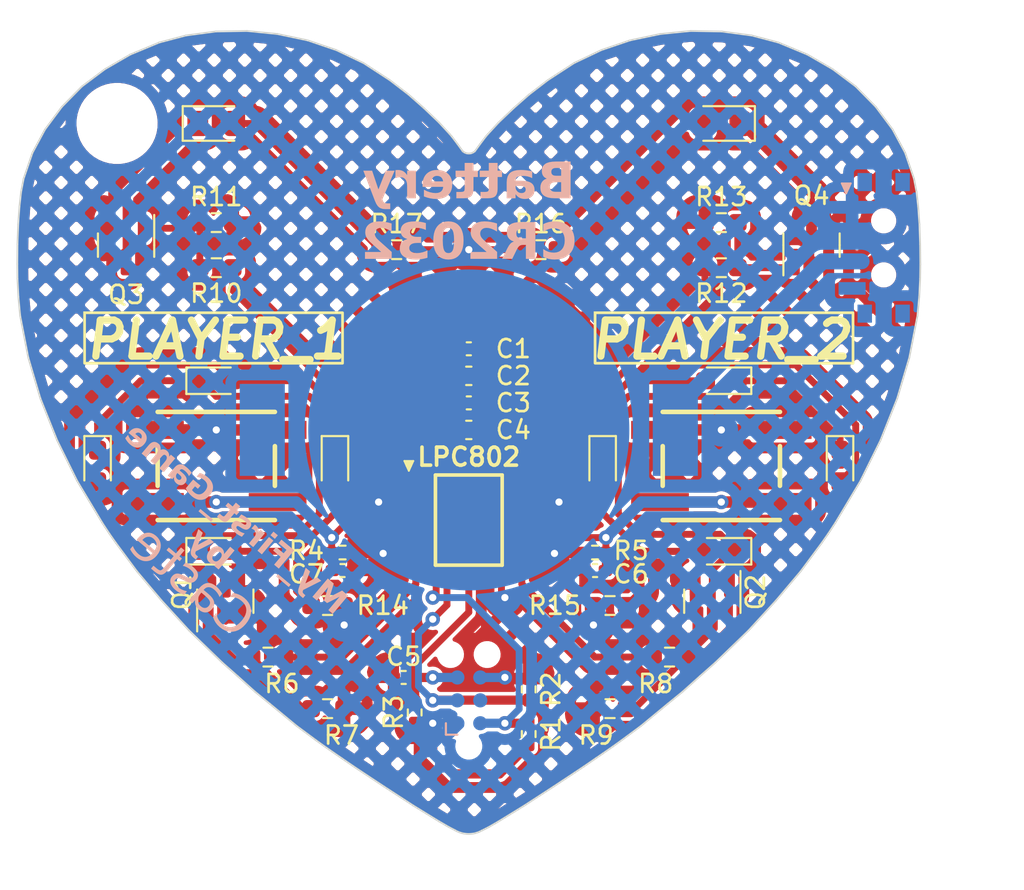
<source format=kicad_pcb>
(kicad_pcb (version 20221018) (generator pcbnew)
  (layers (0 "F.Cu" signal) (31 "B.Cu" signal) (34 "B.Paste" user) (35 "F.Paste" user) (36 "B.SilkS" user "B.Silkscreen") (37 "F.SilkS" user "F.Silkscreen") (38 "B.Mask" user) (39 "F.Mask" user) (44 "Edge.Cuts" user))
  (net 0 "")
  (net 1 "+3V3")
  (net 2 "GND")
  (net 3 "/!RST")
  (net 4 "Net-(D1-K)")
  (net 5 "Net-(D1-A)")
  (net 6 "Net-(D5-K)")
  (net 7 "Net-(D5-A)")
  (net 8 "Net-(D9-K)")
  (net 9 "Net-(D9-A)")
  (net 10 "Net-(D10-K)")
  (net 11 "Net-(D10-A)")
  (net 12 "/LEDS_L")
  (net 13 "/LEDS_R")
  (net 14 "/LEDS_BR")
  (net 15 "/SWCLK")
  (net 16 "/SWDIO")
  (net 17 "/LEDS_BL")
  (net 18 "/-")
  (net 19 "/+")
  (net 21 "Net-(Q1-B)")
  (net 22 "Net-(Q2-B)")
  (net 23 "Net-(Q3-B)")
  (net 24 "Net-(Q4-B)")
  (net 29 "+BATT")
  (footprint "Resistor_SMD:R_0402_1005Metric_Pad0.72x0.64mm_HandSolder" (layer "F.Cu") (at 137.45 99.93)
    (fp_text reference "R4")
    (fp_text value "47k")
  )
  (footprint "Capacitor_SMD:C_0402_1005Metric_Pad0.74x0.62mm_HandSolder" (layer "F.Cu") (at 140.84 106.86)
    (fp_text reference "C5")
    (fp_text value "100nF 50V")
  )
  (footprint "Capacitor_SMD:C_0402_1005Metric_Pad0.74x0.62mm_HandSolder" (layer "F.Cu") (at 144.45 91.63)
    (fp_text reference "C3")
    (fp_text value "100nF 50V")
  )
  (footprint "Package_TO_SOT_SMD:SOT-23" (layer "F.Cu") (at 157.95 102.63 -90)
    (fp_text reference "Q2")
    (fp_text value "BC817")
  )
  (footprint "Resistor_SMD:R_0603_1608Metric_Pad0.98x0.95mm_HandSolder" (layer "F.Cu") (at 136.62 102.87)
    (fp_text reference "R14")
    (fp_text value "750")
  )
  (footprint "Resistor_SMD:R_0603_1608Metric_Pad0.98x0.95mm_HandSolder" (layer "F.Cu") (at 158.45 84.13)
    (fp_text reference "R12")
    (fp_text value "10k")
  )
  (footprint "LED_SMD:LED_0603_1608Metric_Pad1.05x0.95mm_HandSolder" (layer "F.Cu") (at 130.45 99.86)
    (fp_text reference "D3" hide)
    (fp_text value "LED_P1")
  )
  (footprint "Package_TO_SOT_SMD:SOT-23" (layer "F.Cu") (at 130.95 102.63 90)
    (fp_text reference "Q1")
    (fp_text value "BC817")
  )
  (footprint "Resistor_SMD:R_0603_1608Metric_Pad0.98x0.95mm_HandSolder" (layer "F.Cu") (at 133.32 105.73 180)
    (fp_text reference "R6")
    (fp_text value "10k")
  )
  (footprint "LED_SMD:LED_0603_1608Metric_Pad1.05x0.95mm_HandSolder" (layer "F.Cu") (at 165.03 95.13 -90)
    (fp_text reference "D8" hide)
    (fp_text value "LED_P2")
  )
  (footprint "Resistor_SMD:R_0603_1608Metric_Pad0.98x0.95mm_HandSolder" (layer "F.Cu") (at 130.45 81.63)
    (fp_text reference "R11")
    (fp_text value "10k")
  )
  (footprint "Resistor_SMD:R_0402_1005Metric_Pad0.72x0.64mm_HandSolder" (layer "F.Cu") (at 147.77 107.52 90)
    (fp_text reference "R2")
    (fp_text value "10k")
  )
  (footprint "Resistor_SMD:R_0603_1608Metric_Pad0.98x0.95mm_HandSolder" (layer "F.Cu") (at 148.45 83.13 180)
    (fp_text reference "R16")
    (fp_text value "750")
  )
  (footprint "LED_SMD:LED_0603_1608Metric_Pad1.05x0.95mm_HandSolder" (layer "F.Cu") (at 137.03 95.13 -90)
    (fp_text reference "D4" hide)
    (fp_text value "LED_P1")
  )
  (footprint "Resistor_SMD:R_0603_1608Metric_Pad0.98x0.95mm_HandSolder" (layer "F.Cu") (at 136.62 108.59)
    (fp_text reference "R7")
    (fp_text value "10k")
  )
  (footprint "Fan controller:mcu LPC802" (layer "F.Cu") (at 144.45 98.13)
    (fp_text reference "LPC802")
    (fp_text value "mcu LPC802M001JDH16J" hide)
  )
  (footprint "LED_SMD:LED_0805_2012Metric_Pad1.15x1.40mm_HandSolder" (layer "F.Cu") (at 130.45 76.13)
    (fp_text reference "D9" hide)
    (fp_text value "LED")
  )
  (footprint "Capacitor_SMD:C_0603_1608Metric_Pad1.08x0.95mm_HandSolder" (layer "F.Cu") (at 144.45 90.13)
    (fp_text reference "C2")
    (fp_text value "10uF 10V")
  )
  (footprint "LED_SMD:LED_0603_1608Metric_Pad1.05x0.95mm_HandSolder" (layer "F.Cu") (at 151.87 95.13 -90)
    (fp_text reference "D6" hide)
    (fp_text value "LED_P2")
  )
  (footprint "Resistor_SMD:R_0603_1608Metric_Pad0.98x0.95mm_HandSolder" (layer "F.Cu") (at 152.28 102.87 180)
    (fp_text reference "R15")
    (fp_text value "750")
  )
  (footprint "LED_SMD:LED_0603_1608Metric_Pad1.05x0.95mm_HandSolder" (layer "F.Cu") (at 158.45 90.4 180)
    (fp_text reference "D5" hide)
    (fp_text value "LED_P2")
  )
  (footprint "Package_TO_SOT_SMD:SOT-23" (layer "F.Cu") (at 163.45 82.88 90)
    (fp_text reference "Q4")
    (fp_text value "BC817")
  )
  (footprint "Resistor_SMD:R_0603_1608Metric_Pad0.98x0.95mm_HandSolder" (layer "F.Cu") (at 140.45 83.13)
    (fp_text reference "R17")
    (fp_text value "750")
  )
  (footprint "Resistor_SMD:R_0402_1005Metric_Pad0.72x0.64mm_HandSolder" (layer "F.Cu") (at 147.77 110 90)
    (fp_text reference "R1")
    (fp_text value "10k")
  )
  (footprint "Resistor_SMD:R_0603_1608Metric_Pad0.98x0.95mm_HandSolder" (layer "F.Cu") (at 158.45 81.63 180)
    (fp_text reference "R13")
    (fp_text value "10k")
  )
  (footprint "LED_SMD:LED_0603_1608Metric_Pad1.05x0.95mm_HandSolder" (layer "F.Cu") (at 158.45 99.86 180)
    (fp_text reference "D7" hide)
    (fp_text value "LED_P2")
  )
  (footprint "LED_SMD:LED_0805_2012Metric_Pad1.15x1.40mm_HandSolder" (layer "F.Cu") (at 158.45 76.13 180)
    (fp_text reference "D10" hide)
    (fp_text value "LED")
  )
  (footprint "Resistor_SMD:R_0402_1005Metric_Pad0.72x0.64mm_HandSolder" (layer "F.Cu") (at 151.45 99.93 180)
    (fp_text reference "R5")
    (fp_text value "47k")
  )
  (footprint "Package_TO_SOT_SMD:SOT-23" (layer "F.Cu") (at 125.45 82.88 -90)
    (fp_text reference "Q3")
    (fp_text value "BC817")
  )
  (footprint "LED_SMD:LED_0603_1608Metric_Pad1.05x0.95mm_HandSolder" (layer "F.Cu") (at 123.87 95.13 -90)
    (fp_text reference "D2" hide)
    (fp_text value "LED_P1")
  )
  (footprint "Fading_LED_game:Button EVQ-Q2B03W" (layer "F.Cu") (at 130.45 95.13)
    (fp_text reference "PLAYER_1")
    (fp_text value "Button EVQ-Q2K03W" hide)
  )
  (footprint "Fading_LED_game:Button EVQ-Q2B03W" (layer "F.Cu") (at 158.45 95.13)
    (fp_text reference "PLAYER_2")
    (fp_text value "Button EVQ-Q2K03W" hide)
  )
  (footprint "Capacitor_SMD:C_0402_1005Metric_Pad0.74x0.62mm_HandSolder" (layer "F.Cu") (at 151.45 100.93)
    (fp_text reference "C6")
    (fp_text value "100nF 50V")
  )
  (footprint "Resistor_SMD:R_0603_1608Metric_Pad0.98x0.95mm_HandSolder" (layer "F.Cu") (at 152.28 108.59 180)
    (fp_text reference "R9")
    (fp_text value "10k")
  )
  (footprint "Resistor_SMD:R_0603_1608Metric_Pad0.98x0.95mm_HandSolder" (layer "F.Cu") (at 155.58 105.73)
    (fp_text reference "R8")
    (fp_text value "10k")
  )
  (footprint "Capacitor_SMD:C_0402_1005Metric_Pad0.74x0.62mm_HandSolder" (layer "F.Cu") (at 137.45 100.93 180)
    (fp_text reference "C7")
    (fp_text value "100nF 50V")
  )
  (footprint "Resistor_SMD:R_0402_1005Metric_Pad0.72x0.64mm_HandSolder" (layer "F.Cu") (at 141.45 108.8 90)
    (fp_text reference "R3")
    (fp_text value "10k")
  )
  (footprint "LED_SMD:LED_0603_1608Metric_Pad1.05x0.95mm_HandSolder" (layer "F.Cu") (at 130.45 90.4)
    (fp_text reference "D1" hide)
    (fp_text value "PINK_LED_P1")
  )
  (footprint "Resistor_SMD:R_0603_1608Metric_Pad0.98x0.95mm_HandSolder" (layer "F.Cu") (at 130.45 84.13 180)
    (fp_text reference "R10")
    (fp_text value "10k")
  )
  (footprint "Capacitor_SMD:C_0603_1608Metric_Pad1.08x0.95mm_HandSolder" (layer "F.Cu") (at 144.45 93.13)
    (fp_text reference "C4")
    (fp_text value "10uF 10V")
  )
  (footprint "Fading_LED_game:Keychain hole" (layer "F.Cu") (at 124.95 76.13)
    (fp_text reference "REF**" hide)
    (fp_text value "Keychain hole")
  )
  (footprint "Capacitor_SMD:C_0402_1005Metric_Pad0.74x0.62mm_HandSolder" (layer "F.Cu") (at 144.45 88.63)
    (fp_text reference "C1")
    (fp_text value "100nF 50V")
  )
  (footprint "Connector:Tag-Connect_TC2030-IDC-NL_2x03_P1.27mm_Vertical" (layer "B.Cu") (at 144.45 108.13 90)
    (fp_text reference "J1" hide)
    (fp_text value "Prog conn")
  )
  (footprint "Fading_LED_game:Switch_CUS-12TB" (layer "B.Cu") (at 167.45 83.13 -90)
    (fp_text reference "S1" hide)
    (fp_text value "Switch_CUS-12TB" hide)
  )
  (footprint "Fading_LED_game:CR2032_BAT-HLD-001" (layer "B.Cu") (at 144.45 93.13 180)
    (fp_text reference "BT1" hide)
    (fp_text value "CR2032_BAT-HLD-001" hide)
  )
  (gr_rect (start 151.45 86.63) (end 165.75 89.43) (stroke (width 0.15)) (fill none) (layer "F.SilkS"))
  (gr_rect (start 123.15 86.63) (end 137.45 89.43) (stroke (width 0.15)) (fill none) (layer "F.SilkS"))
  (gr_line (start 148.83 73.73) (end 147.79 74.53) (stroke (width 0.1)) (layer "Edge.Cuts"))
  (gr_line (start 167.94 76.46) (end 167.01 75.21) (stroke (width 0.1)) (layer "Edge.Cuts"))
  (gr_line (start 157.26 106.79) (end 158.12 106.03) (stroke (width 0.1)) (layer "Edge.Cuts"))
  (gr_line (start 119.43 82.83) (end 119.47 81.72) (stroke (width 0.1)) (layer "Edge.Cuts"))
  (gr_line (start 168.64 77.76) (end 167.94 76.46) (stroke (width 0.1)) (layer "Edge.Cuts"))
  (gr_line (start 141.11 74.53) (end 141.96 75.28) (stroke (width 0.1)) (layer "Edge.Cuts"))
  (gr_line (start 143.39 76.72) (end 143.51 76.86) (stroke (width 0.1)) (layer "Edge.Cuts"))
  (gr_line (start 145.55 115.16) (end 146.07 114.86) (stroke (width 0.1)) (layer "Edge.Cuts"))
  (gr_arc (start 145.172697 115.350415) (mid 144.43 115.54) (end 143.691138 115.335978) (stroke (width 0.1)) (layer "Edge.Cuts"))
  (gr_line (start 131.64 106.79) (end 130.78 106.03) (stroke (width 0.1)) (layer "Edge.Cuts"))
  (gr_line (start 168.2 91.38) (end 168.87 89.12) (stroke (width 0.1)) (layer "Edge.Cuts"))
  (gr_line (start 152.91 110.35) (end 153.99 109.55) (stroke (width 0.1)) (layer "Edge.Cuts"))
  (gr_line (start 156.75 71) (end 155.06 71.17) (stroke (width 0.1)) (layer "Edge.Cuts"))
  (gr_line (start 126.06 100.98) (end 124.88 99.39) (stroke (width 0.1)) (layer "Edge.Cuts"))
  (gr_line (start 143.51 76.86) (end 143.82 77.27) (stroke (width 0.1)) (layer "Edge.Cuts"))
  (gr_line (start 145.55 115.16) (end 145.172697 115.350415) (stroke (width 0.1)) (layer "Edge.Cuts"))
  (gr_line (start 121.89 75.21) (end 123 74.08) (stroke (width 0.1)) (layer "Edge.Cuts"))
  (gr_line (start 125.68 72.31) (end 127.29 71.64) (stroke (width 0.1)) (layer "Edge.Cuts"))
  (gr_line (start 136.45 110.68) (end 135.99 110.35) (stroke (width 0.1)) (layer "Edge.Cuts"))
  (gr_line (start 142.79 76.07) (end 143.39 76.72) (stroke (width 0.1)) (layer "Edge.Cuts"))
  (gr_line (start 169.47 82.83) (end 169.43 81.72) (stroke (width 0.1)) (layer "Edge.Cuts"))
  (gr_line (start 153.99 109.55) (end 155.48 108.32) (stroke (width 0.1)) (layer "Edge.Cuts"))
  (gr_line (start 164.64 98.48) (end 164.77 98.28) (stroke (width 0.1)) (layer "Edge.Cuts"))
  (gr_line (start 161.61 71.64) (end 160.13 71.25) (stroke (width 0.1)) (layer "Edge.Cuts"))
  (gr_line (start 153.39 71.52) (end 151.8 72.06) (stroke (width 0.1)) (layer "Edge.Cuts"))
  (gr_line (start 119.48 85.74) (end 119.43 84.74) (stroke (width 0.1)) (layer "Edge.Cuts"))
  (gr_line (start 152.45 110.68) (end 152.91 110.35) (stroke (width 0.1)) (layer "Edge.Cuts"))
  (gr_line (start 141.38 113.97) (end 139.75 112.91) (stroke (width 0.1)) (layer "Edge.Cuts"))
  (gr_line (start 151.89 111.07) (end 152.45 110.68) (stroke (width 0.1)) (layer "Edge.Cuts"))
  (gr_line (start 127.42 102.59) (end 126.06 100.98) (stroke (width 0.1)) (layer "Edge.Cuts"))
  (gr_line (start 128.77 71.25) (end 130.43 71.03) (stroke (width 0.1)) (layer "Edge.Cuts"))
  (gr_line (start 123 74.08) (end 124.28 73.12) (stroke (width 0.1)) (layer "Edge.Cuts"))
  (gr_arc (start 144.789999 77.669999) (mid 144.45 77.799901) (end 144.110001 77.669999) (stroke (width 0.1)) (layer "Edge.Cuts"))
  (gr_line (start 167.27 93.71) (end 168.2 91.38) (stroke (width 0.1)) (layer "Edge.Cuts"))
  (gr_line (start 120.03 89.12) (end 119.58 86.8) (stroke (width 0.1)) (layer "Edge.Cuts"))
  (gr_line (start 132.61 107.66) (end 131.64 106.79) (stroke (width 0.1)) (layer "Edge.Cuts"))
  (gr_line (start 164.02 99.39) (end 164.37 98.89) (stroke (width 0.1)) (layer "Edge.Cuts"))
  (gr_line (start 127.29 71.64) (end 128.77 71.25) (stroke (width 0.1)) (layer "Edge.Cuts"))
  (gr_line (start 169.27 79.93) (end 169.13 79.2) (stroke (width 0.1)) (layer "Edge.Cuts"))
  (gr_line (start 163.22 72.31) (end 161.61 71.64) (stroke (width 0.1)) (layer "Edge.Cuts"))
  (gr_line (start 137.01 111.07) (end 136.45 110.68) (stroke (width 0.1)) (layer "Edge.Cuts"))
  (gr_line (start 124.28 73.12) (end 125.68 72.31) (stroke (width 0.1)) (layer "Edge.Cuts"))
  (gr_line (start 145.08 77.27) (end 144.79 77.67) (stroke (width 0.1)) (layer "Edge.Cuts"))
  (gr_line (start 132.15 71) (end 133.84 71.17) (stroke (width 0.1)) (layer "Edge.Cuts"))
  (gr_line (start 150.29 72.78) (end 148.83 73.73) (stroke (width 0.1)) (layer "Edge.Cuts"))
  (gr_line (start 155.06 71.17) (end 153.39 71.52) (stroke (width 0.1)) (layer "Edge.Cuts"))
  (gr_line (start 120.96 76.46) (end 121.89 75.21) (stroke (width 0.1)) (layer "Edge.Cuts"))
  (gr_line (start 137.1 72.06) (end 138.61 72.78) (stroke (width 0.1)) (layer "Edge.Cuts"))
  (gr_line (start 124.88 99.39) (end 124.53 98.89) (stroke (width 0.1)) (layer "Edge.Cuts"))
  (gr_line (start 124.26 98.48) (end 124.13 98.28) (stroke (width 0.1)) (layer "Edge.Cuts"))
  (gr_line (start 169.48 83.93) (end 169.47 82.83) (stroke (width 0.1)) (layer "Edge.Cuts"))
  (gr_line (start 165.9 74.08) (end 164.62 73.12) (stroke (width 0.1)) (layer "Edge.Cuts"))
  (gr_line (start 166.16 95.96) (end 167.27 93.71) (stroke (width 0.1)) (layer "Edge.Cuts"))
  (gr_line (start 143.35 115.16) (end 142.83 114.86) (stroke (width 0.1)) (layer "Edge.Cuts"))
  (gr_line (start 167.01 75.21) (end 165.9 74.08) (stroke (width 0.1)) (layer "Edge.Cuts"))
  (gr_line (start 169.47 84.74) (end 169.48 83.93) (stroke (width 0.1)) (layer "Edge.Cuts"))
  (gr_line (start 145.51 76.72) (end 145.39 76.86) (stroke (width 0.1)) (layer "Edge.Cuts"))
  (gr_line (start 156.29 107.66) (end 157.26 106.79) (stroke (width 0.1)) (layer "Edge.Cuts"))
  (gr_line (start 158.47 71.03) (end 156.75 71) (stroke (width 0.1)) (layer "Edge.Cuts"))
  (gr_line (start 141.96 75.28) (end 142.79 76.07) (stroke (width 0.1)) (layer "Edge.Cuts"))
  (gr_line (start 133.42 108.32) (end 132.61 107.66) (stroke (width 0.1)) (layer "Edge.Cuts"))
  (gr_line (start 161.48 102.59) (end 162.84 100.98) (stroke (width 0.1)) (layer "Edge.Cuts"))
  (gr_line (start 169.13 79.2) (end 168.64 77.76) (stroke (width 0.1)) (layer "Edge.Cuts"))
  (gr_line (start 146.07 114.86) (end 147.52 113.97) (stroke (width 0.1)) (layer "Edge.Cuts"))
  (gr_line (start 135.99 110.35) (end 134.91 109.55) (stroke (width 0.1)) (layer "Edge.Cuts"))
  (gr_line (start 147.79 74.53) (end 146.94 75.28) (stroke (width 0.1)) (layer "Edge.Cuts"))
  (gr_line (start 160.13 71.25) (end 158.47 71.03) (stroke (width 0.1)) (layer "Edge.Cuts"))
  (gr_line (start 119.54 80.74) (end 119.63 79.93) (stroke (width 0.1)) (layer "Edge.Cuts"))
  (gr_line (start 140.07 73.73) (end 141.11 74.53) (stroke (width 0.1)) (layer "Edge.Cuts"))
  (gr_line (start 135.51 71.52) (end 137.1 72.06) (stroke (width 0.1)) (layer "Edge.Cuts"))
  (gr_line (start 119.47 81.72) (end 119.54 80.74) (stroke (width 0.1)) (layer "Edge.Cuts"))
  (gr_line (start 137.39 111.33) (end 137.01 111.07) (stroke (width 0.1)) (layer "Edge.Cuts"))
  (gr_line (start 169.43 81.72) (end 169.36 80.74) (stroke (width 0.1)) (layer "Edge.Cuts"))
  (gr_line (start 120.26 77.76) (end 120.96 76.46) (stroke (width 0.1)) (layer "Edge.Cuts"))
  (gr_line (start 145.39 76.86) (end 145.08 77.27) (stroke (width 0.1)) (layer "Edge.Cuts"))
  (gr_line (start 155.48 108.32) (end 156.29 107.66) (stroke (width 0.1)) (layer "Edge.Cuts"))
  (gr_line (start 133.84 71.17) (end 135.51 71.52) (stroke (width 0.1)) (layer "Edge.Cuts"))
  (gr_line (start 149.15 112.91) (end 150.33 112.13) (stroke (width 0.1)) (layer "Edge.Cuts"))
  (gr_line (start 138.06 111.79) (end 137.39 111.33) (stroke (width 0.1)) (layer "Edge.Cuts"))
  (gr_line (start 143.82 77.27) (end 144.11 77.67) (stroke (width 0.1)) (layer "Edge.Cuts"))
  (gr_line (start 169.42 85.74) (end 169.47 84.74) (stroke (width 0.1)) (layer "Edge.Cuts"))
  (gr_line (start 150.33 112.13) (end 150.84 111.79) (stroke (width 0.1)) (layer "Edge.Cuts"))
  (gr_line (start 150.84 111.79) (end 151.51 111.33) (stroke (width 0.1)) (layer "Edge.Cuts"))
  (gr_line (start 119.42 83.93) (end 119.43 82.83) (stroke (width 0.1)) (layer "Edge.Cuts"))
  (gr_line (start 119.43 84.74) (end 119.42 83.93) (stroke (width 0.1)) (layer "Edge.Cuts"))
  (gr_line (start 120.7 91.38) (end 120.03 89.12) (stroke (width 0.1)) (layer "Edge.Cuts"))
  (gr_line (start 146.94 75.28) (end 146.11 76.07) (stroke (width 0.1)) (layer "Edge.Cuts"))
  (gr_line (start 122.74 95.96) (end 121.63 93.71) (stroke (width 0.1)) (layer "Edge.Cuts"))
  (gr_line (start 151.8 72.06) (end 150.29 72.78) (stroke (width 0.1)) (layer "Edge.Cuts"))
  (gr_line (start 138.61 72.78) (end 140.07 73.73) (stroke (width 0.1)) (layer "Edge.Cuts"))
  (gr_line (start 146.11 76.07) (end 145.51 76.72) (stroke (width 0.1)) (layer "Edge.Cuts"))
  (gr_line (start 121.63 93.71) (end 120.7 91.38) (stroke (width 0.1)) (layer "Edge.Cuts"))
  (gr_line (start 130.43 71.03) (end 132.15 71) (stroke (width 0.1)) (layer "Edge.Cuts"))
  (gr_line (start 169.32 86.8) (end 169.42 85.74) (stroke (width 0.1)) (layer "Edge.Cuts"))
  (gr_line (start 119.63 79.93) (end 119.77 79.2) (stroke (width 0.1)) (layer "Edge.Cuts"))
  (gr_line (start 164.62 73.12) (end 163.22 72.31) (stroke (width 0.1)) (layer "Edge.Cuts"))
  (gr_line (start 159.96 104.25) (end 161.48 102.59) (stroke (width 0.1)) (layer "Edge.Cuts"))
  (gr_line (start 151.51 111.33) (end 151.89 111.07) (stroke (width 0.1)) (layer "Edge.Cuts"))
  (gr_line (start 138.57 112.13) (end 138.06 111.79) (stroke (width 0.1)) (layer "Edge.Cuts"))
  (gr_line (start 142.83 114.86) (end 141.38 113.97) (stroke (width 0.1)) (layer "Edge.Cuts"))
  (gr_line (start 134.91 109.55) (end 133.42 108.32) (stroke (width 0.1)) (layer "Edge.Cuts"))
  (gr_line (start 147.52 113.97) (end 149.15 112.91) (stroke (width 0.1)) (layer "Edge.Cuts"))
  (gr_line (start 139.75 112.91) (end 138.57 112.13) (stroke (width 0.1)) (layer "Edge.Cuts"))
  (gr_line (start 164.37 98.89) (end 164.64 98.48) (stroke (width 0.1)) (layer "Edge.Cuts"))
  (gr_line (start 124.13 98.28) (end 122.74 95.96) (stroke (width 0.1)) (layer "Edge.Cuts"))
  (gr_line (start 124.53 98.89) (end 124.26 98.48) (stroke (width 0.1)) (layer "Edge.Cuts"))
  (gr_line (start 119.77 79.2) (end 120.26 77.76) (stroke (width 0.1)) (layer "Edge.Cuts"))
  (gr_line (start 169.36 80.74) (end 169.27 79.93) (stroke (width 0.1)) (layer "Edge.Cuts"))
  (gr_line (start 130.78 106.03) (end 128.94 104.25) (stroke (width 0.1)) (layer "Edge.Cuts"))
  (gr_line (start 164.77 98.28) (end 166.16 95.96) (stroke (width 0.1)) (layer "Edge.Cuts"))
  (gr_line (start 119.58 86.8) (end 119.48 85.74) (stroke (width 0.1)) (layer "Edge.Cuts"))
  (gr_line (start 168.87 89.12) (end 169.32 86.8) (stroke (width 0.1)) (layer "Edge.Cuts"))
  (gr_line (start 128.94 104.25) (end 127.42 102.59) (stroke (width 0.1)) (layer "Edge.Cuts"))
  (gr_line (start 143.691138 115.335978) (end 143.35 115.16) (stroke (width 0.1)) (layer "Edge.Cuts"))
  (gr_line (start 158.12 106.03) (end 159.96 104.25) (stroke (width 0.1)) (layer "Edge.Cuts"))
  (gr_line (start 162.84 100.98) (end 164.02 99.39) (stroke (width 0.1)) (layer "Edge.Cuts"))
  (gr_text "Caste" (at 131.33 105.04 320) (layer "B.SilkS") (effects (font (size 2 2)) (justify left bottom mirror)))
  (gr_text "My_First_Game\nby\n" (at 129.6 100.34 320) (layer "B.SilkS") (effects (font (size 1.3 1.3) (thickness 0.2) bold) (justify bottom mirror)))
  (gr_text "Battery\nCR2032" (at 144.45 81.13) (layer "B.SilkS") (effects (font (size 2 2) (thickness 0.4) bold) (justify mirror)))
  (segment (start 141.4525 109.4) (end 141.45 109.3975) (width 0.508) (layer "F.Cu") (net 1))
  (segment (start 146.1575 112.21) (end 143.63 112.21) (width 0.508) (layer "F.Cu") (net 1))
  (segment (start 147.388 98.455) (end 146.2695 98.455) (width 0.381) (layer "F.Cu") (net 1))
  (segment (start 145.0175 91.63) (end 145.0175 90.425) (width 0.381) (layer "F.Cu") (net 1))
  (segment (start 141.3625 83.13) (end 144.45 83.13) (width 0.381) (layer "F.Cu") (net 1))
  (segment (start 127.05 93.13) (end 130.45 93.13) (width 0.635) (layer "F.Cu") (net 1))
  (segment (start 145.0175 88.63) (end 145.0175 89.835) (width 0.381) (layer "F.Cu") (net 1))
  (segment (start 143.63 112.21) (end 142.45 111.03) (width 0.508) (layer "F.Cu") (net 1))
  (segment (start 146.26 102.24) (end 146.26 98.4645) (width 0.381) (layer "F.Cu") (net 1))
  (segment (start 161.85 93.13) (end 155.05 93.13) (width 0.635) (layer "F.Cu") (net 1))
  (segment (start 145.0175 89.835) (end 145.3125 90.13) (width 0.381) (layer "F.Cu") (net 1))
  (segment (start 137.5325 103.9425) (end 137.54 103.95) (width 0.381) (layer "F.Cu") (net 1))
  (segment (start 145.86 96.0955) (end 145.86 96.9145) (width 0.381) (layer "F.Cu") (net 1))
  (segment (start 145.0175 92.835) (end 145.3125 93.13) (width 0.381) (layer "F.Cu") (net 1))
  (segment (start 146.2695 98.455) (end 145.86 98.0455) (width 0.381) (layer "F.Cu") (net 1))
  (segment (start 145.3125 95.548) (end 145.86 96.0955) (width 0.381) (layer "F.Cu") (net 1))
  (segment (start 146.45 102.43) (end 146.26 102.24) (width 0.381) (layer "F.Cu") (net 1))
  (segment (start 142.45 111.03) (end 142.45 109.4) (width 0.508) (layer "F.Cu") (net 1))
  (segment (start 147.77 110.5975) (end 146.1575 112.21) (width 0.508) (layer "F.Cu") (net 1))
  (segment (start 145.86 96.9145) (end 146.2695 96.505) (width 0.381) (layer "F.Cu") (net 1))
  (segment (start 145.3125 93.13) (end 145.3125 95.548) (width 0.381) (layer "F.Cu") (net 1))
  (segment (start 145.0175 91.63) (end 145.0175 92.835) (width 0.381) (layer "F.Cu") (net 1))
  (segment (start 142.45 109.4) (end 141.4525 109.4) (width 0.508) (layer "F.Cu") (net 1))
  (segment (start 145.0175 90.425) (end 145.3125 90.13) (width 0.381) (layer "F.Cu") (net 1))
  (segment (start 147.5375 83.13) (end 144.45 83.13) (width 0.381) (layer "F.Cu") (net 1))
  (segment (start 130.45 93.13) (end 133.85 93.13) (width 0.635) (layer "F.Cu") (net 1))
  (segment (start 146.26 98.4645) (end 146.2695 98.455) (width 0.381) (layer "F.Cu") (net 1))
  (segment (start 151.36 102.8775) (end 151.3675 102.87) (width 0.381) (layer "F.Cu") (net 1))
  (segment (start 151.36 103.95) (end 151.36 102.8775) (width 0.381) (layer "F.Cu") (net 1))
  (segment (start 145.86 98.0455) (end 145.86 96.9145) (width 0.381) (layer "F.Cu") (net 1))
  (segment (start 146.2695 96.505) (end 147.388 96.505) (width 0.381) (layer "F.Cu") (net 1))
  (segment (start 137.5325 102.87) (end 137.5325 103.9425) (width 0.381) (layer "F.Cu") (net 1))
  (via (at 144.45 83.13) (size 0.8) (drill 0.4) (layers "F.Cu" "B.Cu") (net 1))
  (via (at 130.45 93.13) (size 0.8) (drill 0.4) (layers "F.Cu" "B.Cu") (net 1))
  (via (at 158.45 93.13) (size 0.8) (drill 0.4) (layers "F.Cu" "B.Cu") (net 1))
  (via (at 142.45 109.4) (size 0.8) (drill 0.4) (layers "F.Cu" "B.Cu") (net 1))
  (via (at 146.45 102.43) (size 0.8) (drill 0.4) (layers "F.Cu" "B.Cu") (net 1))
  (via (at 137.54 103.95) (size 0.8) (drill 0.4) (layers "F.Cu" "B.Cu") (net 1))
  (via (at 151.36 103.95) (size 0.8) (drill 0.4) (layers "F.Cu" "B.Cu") (net 1))
  (segment (start 142.45 109.4) (end 143.815 109.4) (width 0.508) (layer "B.Cu") (net 1))
  (via (at 146.45 106.86) (size 0.8) (drill 0.4) (layers "F.Cu" "B.Cu") (net 2))
  (via (at 139.7 99.98) (size 0.8) (drill 0.4) (layers "F.Cu" "B.Cu") (net 2))
  (via (at 149.45 97.13) (size 0.8) (drill 0.4) (layers "F.Cu" "B.Cu") (net 2))
  (via (at 149.2 99.98) (size 0.8) (drill 0.4) (layers "F.Cu" "B.Cu") (net 2))
  (via (at 139.45 97.13) (size 0.8) (drill 0.4) (layers "F.Cu" "B.Cu") (net 2))
  (segment (start 146.45 106.86) (end 145.085 106.86) (width 0.508) (layer "B.Cu") (net 2))
  (segment (start 143.345 97.805) (end 141.512 97.805) (width 0.381) (layer "F.Cu") (net 3))
  (segment (start 144.45 103.240579) (end 144.45 98.91) (width 0.381) (layer "F.Cu") (net 3))
  (segment (start 141.45 108.2025) (end 141.45 106.9025) (width 0.508) (layer "F.Cu") (net 3))
  (segment (start 141.4075 106.283079) (end 144.45 103.240579) (width 0.381) (layer "F.Cu") (net 3))
  (segment (start 141.4075 106.86) (end 141.4075 106.283079) (width 0.381) (layer "F.Cu") (net 3))
  (segment (start 142.45 106.86) (end 141.4075 106.86) (width 0.508) (layer "F.Cu") (net 3))
  (segment (start 141.45 106.9025) (end 141.4075 106.86) (width 0.508) (layer "F.Cu") (net 3))
  (segment (start 144.45 98.91) (end 143.345 97.805) (width 0.381) (layer "F.Cu") (net 3))
  (via (at 142.45 106.86) (size 0.8) (drill 0.4) (layers "F.Cu" "B.Cu") (net 3))
  (segment (start 142.45 106.86) (end 143.815 106.86) (width 0.508) (layer "B.Cu") (net 3))
  (segment (start 136.1645 97.7755) (end 134.9455 98.9945) (width 0.381) (layer "F.Cu") (net 4))
  (segment (start 130.4405 91.2655) (end 135.603842 91.2655) (width 0.381) (layer "F.Cu") (net 4))
  (segment (start 123.87 92.791658) (end 123.87 94.255) (width 0.381) (layer "F.Cu") (net 4))
  (segment (start 134.9455 98.9945) (end 130.4405 98.9945) (width 0.381) (layer "F.Cu") (net 4))
  (segment (start 137.03 94.255) (end 136.1645 95.1205) (width 0.381) (layer "F.Cu") (net 4))
  (segment (start 137.03 92.691658) (end 137.03 94.255) (width 0.381) (layer "F.Cu") (net 4))
  (segment (start 129.575 90.4) (end 126.261658 90.4) (width 0.381) (layer "F.Cu") (net 4))
  (segment (start 135.603842 91.2655) (end 137.03 92.691658) (width 0.381) (layer "F.Cu") (net 4))
  (segment (start 126.261658 90.4) (end 123.87 92.791658) (width 0.381) (layer "F.Cu") (net 4))
  (segment (start 130.4405 98.9945) (end 129.575 99.86) (width 0.381) (layer "F.Cu") (net 4))
  (segment (start 130.95 101.6925) (end 130.95 101.235) (width 0.508) (layer "F.Cu") (net 4))
  (segment (start 129.575 90.4) (end 130.4405 91.2655) (width 0.381) (layer "F.Cu") (net 4))
  (segment (start 130.95 101.235) (end 129.575 99.86) (width 0.381) (layer "F.Cu") (net 4))
  (segment (start 136.1645 95.1205) (end 136.1645 97.7755) (width 0.381) (layer "F.Cu") (net 4))
  (segment (start 126.31 89.53) (end 130.455 89.53) (width 0.381) (layer "F.Cu") (net 5))
  (segment (start 134.901658 102.064158) (end 135.7075 102.87) (width 0.381) (layer "F.Cu") (net 5))
  (segment (start 134.901658 99.86) (end 131.325 99.86) (width 0.381) (layer "F.Cu") (net 5))
  (segment (start 123.87 96.005) (end 123.0045 95.1395) (width 0.381) (layer "F.Cu") (net 5))
  (segment (start 130.455 89.53) (end 131.325 90.4) (width 0.381) (layer "F.Cu") (net 5))
  (segment (start 123.0045 95.1395) (end 123.0045 92.8355) (width 0.381) (layer "F.Cu") (net 5))
  (segment (start 137.8955 92.7355) (end 137.8955 95.1395) (width 0.381) (layer "F.Cu") (net 5))
  (segment (start 137.03 97.731658) (end 134.901658 99.86) (width 0.381) (layer "F.Cu") (net 5))
  (segment (start 137.03 96.005) (end 137.03 97.731658) (width 0.381) (layer "F.Cu") (net 5))
  (segment (start 131.325 90.4) (end 135.56 90.4) (width 0.381) (layer "F.Cu") (net 5))
  (segment (start 135.56 90.4) (end 137.8955 92.7355) (width 0.381) (layer "F.Cu") (net 5))
  (segment (start 134.901658 99.86) (end 134.901658 102.064158) (width 0.381) (layer "F.Cu") (net 5))
  (segment (start 137.8955 95.1395) (end 137.03 96.005) (width 0.381) (layer "F.Cu") (net 5))
  (segment (start 123.0045 92.8355) (end 126.31 89.53) (width 0.381) (layer "F.Cu") (net 5))
  (segment (start 157.95 103.5675) (end 157.95 100.898126) (width 0.381) (layer "F.Cu") (net 6))
  (segment (start 152.74 95.126) (end 152.74 97.781) (width 0.381) (layer "F.Cu") (net 6))
  (segment (start 165.0345 94.2605) (end 165.0345 92.797158) (width 0.381) (layer "F.Cu") (net 6))
  (segment (start 158.464 91.271) (end 153.300658 91.271) (width 0.381) (layer "F.Cu") (net 6))
  (segment (start 151.8745 94.2605) (end 152.74 95.126) (width 0.381) (layer "F.Cu") (net 6))
  (segment (start 152.74 97.781) (end 153.879 98.92) (width 0.381) (layer "F.Cu") (net 6))
  (segment (start 162.642842 90.4055) (end 159.3295 90.4055) (width 0.381) (layer "F.Cu") (net 6))
  (segment (start 165.0345 92.797158) (end 162.642842 90.4055) (width 0.381) (layer "F.Cu") (net 6))
  (segment (start 158.384 98.92) (end 159.3295 99.8655) (width 0.381) (layer "F.Cu") (net 6))
  (segment (start 159.3295 90.4055) (end 158.464 91.271) (width 0.381) (layer "F.Cu") (net 6))
  (segment (start 153.300658 91.271) (end 151.8745 92.697158) (width 0.381) (layer "F.Cu") (net 6))
  (segment (start 157.95 100.898126) (end 158.988126 99.86) (width 0.381) (layer "F.Cu") (net 6))
  (segment (start 153.879 98.92) (end 158.384 98.92) (width 0.381) (layer "F.Cu") (net 6))
  (segment (start 158.988126 99.86) (end 159.325 99.86) (width 0.381) (layer "F.Cu") (net 6))
  (segment (start 151.8745 92.697158) (end 151.8745 94.2605) (width 0.381) (layer "F.Cu") (net 6))
  (segment (start 151.865 96.015) (end 151.865 97.741658) (width 0.381) (layer "F.Cu") (net 7))
  (segment (start 162.579 89.52) (end 158.465 89.52) (width 0.381) (layer "F.Cu") (net 7))
  (segment (start 154.002842 102.069658) (end 153.197 102.8755) (width 0.381) (layer "F.Cu") (net 7))
  (segment (start 151 95.136) (end 151.8745 96.0105) (width 0.381) (layer "F.Cu") (net 7))
  (segment (start 154.002842 99.8655) (end 157.5795 99.8655) (width 0.381) (layer "F.Cu") (net 7))
  (segment (start 153.993342 99.87) (end 157.57 99.87) (width 0.381) (layer "F.Cu") (net 7))
  (segment (start 153.3445 90.4055) (end 151 92.75) (width 0.381) (layer "F.Cu") (net 7))
  (segment (start 154.002842 99.8655) (end 154.002842 102.069658) (width 0.381) (layer "F.Cu") (net 7))
  (segment (start 151 92.75) (end 151 95.136) (width 0.381) (layer "F.Cu") (net 7))
  (segment (start 165.9 95.145) (end 165.9 92.841) (width 0.381) (layer "F.Cu") (net 7))
  (segment (start 165.0345 96.0105) (end 165.9 95.145) (width 0.381) (layer "F.Cu") (net 7))
  (segment (start 151.865 97.741658) (end 153.993342 99.87) (width 0.381) (layer "F.Cu") (net 7))
  (segment (start 157.5795 90.4055) (end 153.3445 90.4055) (width 0.381) (layer "F.Cu") (net 7))
  (segment (start 158.465 89.52) (end 157.5795 90.4055) (width 0.381) (layer "F.Cu") (net 7))
  (segment (start 165.9 92.841) (end 162.579 89.52) (width 0.381) (layer "F.Cu") (net 7))
  (segment (start 125.45 83.8175) (end 125.45 80.105) (width 0.381) (layer "F.Cu") (net 8))
  (segment (start 125.45 80.105) (end 129.425 76.13) (width 0.381) (layer "F.Cu") (net 8))
  (segment (start 131.475 76.13) (end 132.5375 76.13) (width 0.381) (layer "F.Cu") (net 9))
  (segment (start 132.5375 76.13) (end 139.5375 83.13) (width 0.381) (layer "F.Cu") (net 9))
  (segment (start 163.45 80.105) (end 159.475 76.13) (width 0.381) (layer "F.Cu") (net 10))
  (segment (start 163.45 81.9425) (end 163.45 80.105) (width 0.381) (layer "F.Cu") (net 10))
  (segment (start 157.44 76.13) (end 156.3775 76.13) (width 0.381) (layer "F.Cu") (net 11))
  (segment (start 156.3775 76.13) (end 149.3775 83.13) (width 0.381) (layer "F.Cu") (net 11))
  (segment (start 131.3625 85.380842) (end 131.3625 84.13) (width 0.381) (layer "F.Cu") (net 12))
  (segment (start 141.512 95.855) (end 141.512 95.530342) (width 0.381) (layer "F.Cu") (net 12))
  (segment (start 141.512 95.530342) (end 131.3625 85.380842) (width 0.381) (layer "F.Cu") (net 12))
  (segment (start 147.388 95.855) (end 147.388 95.540342) (width 0.381) (layer "F.Cu") (net 13))
  (segment (start 157.5375 85.390842) (end 157.5375 84.13) (width 0.381) (layer "F.Cu") (net 13))
  (segment (start 147.388 95.540342) (end 157.5375 85.390842) (width 0.381) (layer "F.Cu") (net 13))
  (segment (start 147.39 101.68) (end 147.39 100.403032) (width 0.381) (layer "F.Cu") (net 14))
  (segment (start 154.6695 105.728032) (end 151.438032 105.728032) (width 0.381) (layer "F.Cu") (net 14))
  (segment (start 151.438032 105.728032) (end 147.39 101.68) (width 0.381) (layer "F.Cu") (net 14))
  (segment (start 141.512 99.105) (end 142.621658 99.105) (width 0.381) (layer "F.Cu") (net 15))
  (segment (start 143.2405 102.8395) (end 142.45 103.63) (width 0.381) (layer "F.Cu") (net 15))
  (segment (start 142.4625 108.1175) (end 142.45 108.13) (width 0.508) (layer "F.Cu") (net 15))
  (segment (start 143.2405 99.723842) (end 143.2405 102.8395) (width 0.381) (layer "F.Cu") (net 15))
  (segment (start 147.77 108.1175) (end 142.4625 108.1175) (width 0.508) (layer "F.Cu") (net 15))
  (segment (start 142.621658 99.105) (end 143.2405 99.723842) (width 0.381) (layer "F.Cu") (net 15))
  (via (at 142.45 103.63) (size 0.8) (drill 0.4) (layers "F.Cu" "B.Cu") (net 15))
  (via (at 142.45 108.13) (size 0.8) (drill 0.4) (layers "F.Cu" "B.Cu") (net 15))
  (segment (start 141.6595 104.4205) (end 141.6595 107.3395) (width 0.381) (layer "B.Cu") (net 15))
  (segment (start 141.6595 107.3395) (end 142.45 108.13) (width 0.381) (layer "B.Cu") (net 15))
  (segment (start 142.45 103.63) (end 141.6595 104.4205) (width 0.381) (layer "B.Cu") (net 15))
  (segment (start 143.815 108.13) (end 142.45 108.13) (width 0.508) (layer "B.Cu") (net 15))
  (segment (start 142.45 99.755) (end 141.512 99.755) (width 0.381) (layer "F.Cu") (net 16))
  (segment (start 142.64 99.945) (end 142.45 99.755) (width 0.381) (layer "F.Cu") (net 16))
  (segment (start 147.7675 109.4) (end 147.77 109.4025) (width 0.508) (layer "F.Cu") (net 16))
  (segment (start 142.45 102.43) (end 142.64 102.24) (width 0.381) (layer "F.Cu") (net 16))
  (segment (start 142.64 102.24) (end 142.64 99.945) (width 0.381) (layer "F.Cu") (net 16))
  (segment (start 146.45 109.4) (end 147.7675 109.4) (width 0.508) (layer "F.Cu") (net 16))
  (via (at 142.45 102.43) (size 0.8) (drill 0.4) (layers "F.Cu" "B.Cu") (net 16))
  (via (at 146.45 109.4) (size 0.8) (drill 0.4) (layers "F.Cu" "B.Cu") (net 16))
  (segment (start 147.2405 105.3205) (end 147.2405 108.6095) (width 0.381) (layer "B.Cu") (net 16))
  (segment (start 146.45 109.4) (end 145.085 109.4) (width 0.508) (layer "B.Cu") (net 16))
  (segment (start 144.35 102.43) (end 147.2405 105.3205) (width 0.381) (layer "B.Cu") (net 16))
  (segment (start 147.2405 108.6095) (end 146.45 109.4) (width 0.381) (layer "B.Cu") (net 16))
  (segment (start 142.45 102.43) (end 144.35 102.43) (width 0.381) (layer "B.Cu") (net 16))
  (segment (start 137.463968 105.73) (end 141.512 101.681968) (width 0.381) (layer "F.Cu") (net 17))
  (segment (start 141.512 101.681968) (end 141.512 100.405) (width 0.381) (layer "F.Cu") (net 17))
  (segment (start 134.2325 105.73) (end 137.463968 105.73) (width 0.381) (layer "F.Cu") (net 17))
  (segment (start 152.0175 100.93) (end 152.0175 99.96) (width 0.381) (layer "F.Cu") (net 18))
  (segment (start 152.05 99.1) (end 152.045 99.105) (width 0.381) (layer "F.Cu") (net 18))
  (segment (start 152.0175 99.96) (end 152.0475 99.93) (width 0.381) (layer "F.Cu") (net 18))
  (segment (start 152.05 99.9275) (end 152.0475 99.93) (width 0.381) (layer "F.Cu") (net 18))
  (segment (start 161.85 97.13) (end 155.05 97.13) (width 0.635) (layer "F.Cu") (net 18))
  (segment (start 152.045 99.105) (end 147.388 99.105) (width 0.381) (layer "F.Cu") (net 18))
  (segment (start 152.05 99.1) (end 152.05 99.9275) (width 0.381) (layer "F.Cu") (net 18))
  (via (at 158.45 97.13) (size 0.8) (drill 0.4) (layers "F.Cu" "B.Cu") (net 18))
  (via (at 152.05 99.1) (size 0.8) (drill 0.4) (layers "F.Cu" "B.Cu") (net 18))
  (segment (start 154.02 97.13) (end 152.05 99.1) (width 0.635) (layer "B.Cu") (net 18))
  (segment (start 158.45 97.13) (end 154.02 97.13) (width 0.635) (layer "B.Cu") (net 18))
  (segment (start 136.8825 99.96) (end 136.8525 99.93) (width 0.381) (layer "F.Cu") (net 19))
  (segment (start 136.8825 100.93) (end 136.8825 99.96) (width 0.381) (layer "F.Cu") (net 19))
  (segment (start 130.45 97.13) (end 133.85 97.13) (width 0.635) (layer "F.Cu") (net 19))
  (segment (start 136.85 99.1) (end 136.85 99.9275) (width 0.381) (layer "F.Cu") (net 19))
  (segment (start 127.05 97.13) (end 130.45 97.13) (width 0.635) (layer "F.Cu") (net 19))
  (segment (start 136.85 99.9275) (end 136.8525 99.93) (width 0.381) (layer "F.Cu") (net 19))
  (segment (start 136.85 99.1) (end 137.495 98.455) (width 0.381) (layer "F.Cu") (net 19))
  (segment (start 137.495 98.455) (end 141.512 98.455) (width 0.381) (layer "F.Cu") (net 19))
  (via (at 130.45 97.13) (size 0.8) (drill 0.4) (layers "F.Cu" "B.Cu") (net 19))
  (via (at 136.85 99.1) (size 0.8) (drill 0.4) (layers "F.Cu" "B.Cu") (net 19))
  (segment (start 134.88 97.13) (end 136.85 99.1) (width 0.635) (layer "B.Cu") (net 19))
  (segment (start 130.45 97.13) (end 134.88 97.13) (width 0.635) (layer "B.Cu") (net 19))
  (segment (start 135.7075 108.59) (end 135.2675 108.59) (width 0.381) (layer "F.Cu") (net 21))
  (segment (start 132.1625 105.73) (end 130 103.5675) (width 0.381) (layer "F.Cu") (net 21))
  (segment (start 132.4075 105.73) (end 132.1625 105.73) (width 0.508) (layer "F.Cu") (net 21))
  (segment (start 135.2675 108.59) (end 132.4075 105.73) (width 0.381) (layer "F.Cu") (net 21))
  (segment (start 157.289382 105.73) (end 158.9 104.119382) (width 0.381) (layer "F.Cu") (net 22))
  (segment (start 158.9 104.119382) (end 158.9 101.6925) (width 0.381) (layer "F.Cu") (net 22))
  (segment (start 153.1925 108.59) (end 153.6325 108.59) (width 0.381) (layer "F.Cu") (net 22))
  (segment (start 153.6325 108.59) (end 156.4925 105.73) (width 0.381) (layer "F.Cu") (net 22))
  (segment (start 156.4925 105.73) (end 157.289382 105.73) (width 0.381) (layer "F.Cu") (net 22))
  (segment (start 129.225 81.9425) (end 129.5375 81.63) (width 0.381) (layer "F.Cu") (net 23))
  (segment (start 126.4 81.9425) (end 129.225 81.9425) (width 0.381) (layer "F.Cu") (net 23))
  (segment (start 129.5375 84.13) (end 129.5375 81.63) (width 0.381) (layer "F.Cu") (net 23))
  (segment (start 159.3625 81.63) (end 159.3625 84.13) (width 0.381) (layer "F.Cu") (net 24))
  (segment (start 162.1875 84.13) (end 162.5 83.8175) (width 0.381) (layer "F.Cu") (net 24))
  (segment (start 159.3625 84.13) (end 162.1875 84.13) (width 0.381) (layer "F.Cu") (net 24))
  (segment (start 155.9 91.941) (end 155.9 93.13) (width 0.889) (layer "B.Cu") (net 29))
  (segment (start 165.7 83.78) (end 164.061 83.78) (width 0.889) (layer "B.Cu") (net 29))
  (segment (start 164.061 83.78) (end 155.9 91.941) (width 0.889) (layer "B.Cu") (net 29))
  (zone (net 2) (net_name "GND") (layer "F.Cu") (connect_pads (clearance 0.2)) (min_thickness 0.25) (fill yes (mode hatch) (thermal_gap 0.5) (thermal_bridge_width 0.7) (hatch_thickness 0.6) (hatch_gap 0.6) (hatch_orientation 45) (hatch_smoothing_level 1) (hatch_smoothing_value 0.1) (hatch_border_algorithm hatch_thickness) (hatch_min_hole_area 0.3))
    (polygon (pts (xy 170.91 70) (xy 170.93 103.02) (xy 170.91 118.67) (xy 118.46 118.67) (xy 118.46 70)))
  )
  (zone (net 29) (net_name "+BATT") (layer "B.Cu") (priority 3) (connect_pads yes (clearance 0.2)) (min_thickness 0.2) (fill yes (thermal_gap 0.5) (thermal_bridge_width 1) (smoothing fillet) (radius 1))
    (polygon (pts (xy 166.67 84.22) (xy 166.67 83.34) (xy 165.34 83.34) (xy 165.34 84.22)))
  )
  (zone (net 1) (net_name "+3V3") (layer "B.Cu") (priority 1) (connect_pads (clearance 0.2)) (min_thickness 0.25) (fill yes (mode hatch) (thermal_gap 0.5) (thermal_bridge_width 1) (hatch_thickness 0.6) (hatch_gap 0.6) (hatch_orientation 45) (hatch_smoothing_level 1) (hatch_smoothing_value 0.1) (hatch_border_algorithm hatch_thickness) (hatch_min_hole_area 0.3))
    (polygon (pts (xy 170.91 70) (xy 118.46 70) (xy 118.46 118.67) (xy 170.91 118.67)))
  )
)
</source>
